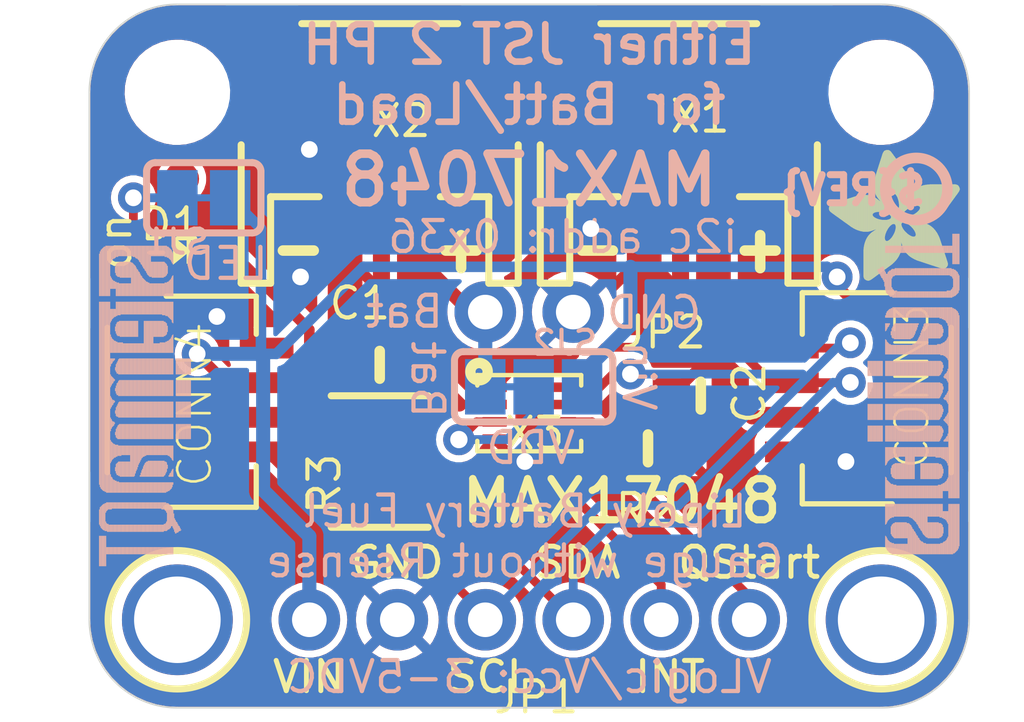
<source format=kicad_pcb>
(kicad_pcb (version 20221018) (generator pcbnew)
  (layers (0 "F.Cu" signal) (31 "B.Cu" signal) (34 "B.Paste" user) (35 "F.Paste" user) (36 "B.SilkS" user "B.Silkscreen") (37 "F.SilkS" user "F.Silkscreen") (38 "B.Mask" user) (39 "F.Mask" user) (44 "Edge.Cuts" user))
  (net 0 "")
  (net 1 "GND")
  (net 2 "SDA")
  (net 3 "SCL")
  (net 4 "INT")
  (net 5 "VCC")
  (net 6 "VBAT")
  (net 7 "N$1")
  (net 8 "N$2")
  (net 9 "QSTART")
  (net 10 "VDD")
  (net 11 "N$4")
  (footprint "working:MOUNTINGHOLE_2.5_PLATED" (layer "F.Cu") (at 138.3411 112.6236)
    (fp_text reference "U$19" hide)
    (fp_text value "MOUNTINGHOLE2.5" hide)
    (pad "P$1" thru_hole circle (at 0 0) (size 3.2 3.2) (drill 2.5) (layers "*.Cu" "*.Mask"))
    (zone (net 0) (net_name "") (layer "F.Cu") (connect_pads (clearance 0)) (min_thickness 0.25)
      (keepout (tracks not_allowed) (vias not_allowed) (pads not_allowed) (copperpour not_allowed) (footprints allowed))
      (fill (thermal_gap 0.5) (thermal_bridge_width 0.5))
      (polygon (pts (xy 140.3571 112.6236) (xy 140.33748 112.343027) (xy 140.279004 112.067915) (xy 140.182808 111.803619) (xy 140.050765 111.555283) (xy 139.885446 111.32774) (xy 139.690067 111.12542) (xy 139.468433 110.95226) (xy 139.224856 110.811631) (xy 138.964078 110.70627) (xy 138.691175 110.638228) (xy 138.411457 110.608828) (xy 138.130371 110.618644) (xy 137.853385 110.667484) (xy 137.585893 110.754397) (xy 137.3331 110.877693) (xy 137.099926 111.03497) (xy 136.890911 111.223169) (xy 136.710122 111.438625) (xy 136.561078 111.677145) (xy 136.44668 111.934087) (xy 136.369154 112.20445) (xy 136.330011 112.482971) (xy 136.330011 112.764229) (xy 136.369154 113.04275) (xy 136.44668 113.313113) (xy 136.561078 113.570055) (xy 136.710122 113.808575) (xy 136.890911 114.024031) (xy 137.099926 114.21223) (xy 137.3331 114.369507) (xy 137.585893 114.492803) (xy 137.853385 114.579716) (xy 138.130371 114.628556) (xy 138.411457 114.638372) (xy 138.691175 114.608972) (xy 138.964078 114.54093) (xy 139.224856 114.435569) (xy 139.468433 114.29494) (xy 139.690067 114.12178) (xy 139.885446 113.91946) (xy 140.050765 113.691917) (xy 140.182808 113.443581) (xy 140.279004 113.179285) (xy 140.33748 112.904173)))
      (polygon (pts (xy 138.3251 112.6236) (xy 138.329786 112.634914) (xy 138.3411 112.6396) (xy 138.352414 112.634914) (xy 138.3571 112.6236) (xy 138.352414 112.612286) (xy 138.3411 112.6076) (xy 138.329786 112.612286)))
    )
    (zone (net 0) (net_name "") (layer "B.Cu") (connect_pads (clearance 0)) (min_thickness 0.25)
      (keepout (tracks not_allowed) (vias not_allowed) (pads not_allowed) (copperpour not_allowed) (footprints allowed))
      (fill (thermal_gap 0.5) (thermal_bridge_width 0.5))
      (polygon (pts (xy 140.3571 112.6236) (xy 140.33748 112.343027) (xy 140.279004 112.067915) (xy 140.182808 111.803619) (xy 140.050765 111.555283) (xy 139.885446 111.32774) (xy 139.690067 111.12542) (xy 139.468433 110.95226) (xy 139.224856 110.811631) (xy 138.964078 110.70627) (xy 138.691175 110.638228) (xy 138.411457 110.608828) (xy 138.130371 110.618644) (xy 137.853385 110.667484) (xy 137.585893 110.754397) (xy 137.3331 110.877693) (xy 137.099926 111.03497) (xy 136.890911 111.223169) (xy 136.710122 111.438625) (xy 136.561078 111.677145) (xy 136.44668 111.934087) (xy 136.369154 112.20445) (xy 136.330011 112.482971) (xy 136.330011 112.764229) (xy 136.369154 113.04275) (xy 136.44668 113.313113) (xy 136.561078 113.570055) (xy 136.710122 113.808575) (xy 136.890911 114.024031) (xy 137.099926 114.21223) (xy 137.3331 114.369507) (xy 137.585893 114.492803) (xy 137.853385 114.579716) (xy 138.130371 114.628556) (xy 138.411457 114.638372) (xy 138.691175 114.608972) (xy 138.964078 114.54093) (xy 139.224856 114.435569) (xy 139.468433 114.29494) (xy 139.690067 114.12178) (xy 139.885446 113.91946) (xy 140.050765 113.691917) (xy 140.182808 113.443581) (xy 140.279004 113.179285) (xy 140.33748 112.904173)))
      (polygon (pts (xy 138.3251 112.6236) (xy 138.329786 112.634914) (xy 138.3411 112.6396) (xy 138.352414 112.634914) (xy 138.3571 112.6236) (xy 138.352414 112.612286) (xy 138.3411 112.6076) (xy 138.329786 112.612286)))
    )
  )
  (footprint "working:JSTPH2_BATT" (layer "F.Cu") (at 152.8191 98.3996)
    (fp_text reference "X1" (at -0.3175 -0.3175) (layer "F.SilkS") (effects (font (size 0.896031 0.896031) (thickness 0.119969)) (justify left)))
    (fp_text value "JST 2 PH")
    (pad "1" smd rect (at -1 3.7) (size 1 4.6) (layers "F.Cu" "F.Paste" "F.Mask") (net 1 "GND"))
    (pad "2" smd rect (at 1 3.7) (size 1 4.6) (layers "F.Cu" "F.Paste" "F.Mask") (net 6 "VBAT"))
    (pad "NC1" smd rect (at -3.4 -1.5 90) (size 3.4 1.6) (layers "F.Cu" "F.Paste" "F.Mask") (net 1 "GND"))
    (pad "NC2" smd rect (at 3.4 -1.5 90) (size 3.4 1.6) (layers "F.Cu" "F.Paste" "F.Mask") (net 1 "GND"))
  )
  (footprint "working:0603-NO" (layer "F.Cu") (at 144.1831 105.2576 180)
    (fp_text reference "C1" (at -0.381 1.778) (layer "F.SilkS") (effects (font (size 0.896031 0.896031) (thickness 0.119969)) (justify right)))
    (fp_text value "1uF")
    (pad "1" smd rect (at -0.85 0 180) (size 1.075 1) (layers "F.Cu" "F.Paste" "F.Mask") (net 6 "VBAT"))
    (pad "2" smd rect (at 0.85 0 180) (size 1.075 1) (layers "F.Cu" "F.Paste" "F.Mask") (net 1 "GND"))
  )
  (footprint "working:JSTPH2_BATT" (layer "F.Cu") (at 144.1831 98.3996)
    (fp_text reference "X2" (at -0.3175 -0.1905) (layer "F.SilkS") (effects (font (size 0.896031 0.896031) (thickness 0.119969)) (justify left)))
    (fp_text value "JST 2 PH")
    (pad "1" smd rect (at -1 3.7) (size 1 4.6) (layers "F.Cu" "F.Paste" "F.Mask") (net 1 "GND"))
    (pad "2" smd rect (at 1 3.7) (size 1 4.6) (layers "F.Cu" "F.Paste" "F.Mask") (net 6 "VBAT"))
    (pad "NC1" smd rect (at -3.4 -1.5 90) (size 3.4 1.6) (layers "F.Cu" "F.Paste" "F.Mask") (net 1 "GND"))
    (pad "NC2" smd rect (at 3.4 -1.5 90) (size 3.4 1.6) (layers "F.Cu" "F.Paste" "F.Mask") (net 1 "GND"))
  )
  (footprint "working:FIDUCIAL_1MM" (layer "F.Cu") (at 138.4681 99.8855)
    (fp_text reference "FID4" hide)
    (fp_text value "FIDUCIAL_1MM" hide)
    (pad "1" smd roundrect (at 0 0) (size 1 1) (layers "F.Cu" "F.Mask") (roundrect_rratio 0.5))
  )
  (footprint "" (layer "F.Cu") (at 138.3411 97.3836)
    (fp_text reference "@HOLE0" hide)
    (fp_text value "" (at 0 0) (layer "F.SilkS") (effects (font (size 1.27 1.27))))
    (pad "" np_thru_hole circle (at 0 0) (size 2.54 2.54) (drill 2.54) (layers "*.Cu" "*.Mask"))
  )
  (footprint "working:CHIPLED_0603_NOOUTLINE" (layer "F.Cu") (at 138.4681 101.9556 -90)
    (fp_text reference "D1" (at -0.762 1.27) (layer "F.SilkS") (effects (font (size 0.896031 0.896031) (thickness 0.119969)) (justify left)))
    (fp_text value "GREEN")
    (pad "A" smd rect (at 0 0.75 270) (size 0.8 0.8) (layers "F.Cu" "F.Paste" "F.Mask") (net 8 "N$2"))
    (pad "C" smd rect (at 0 -0.75 270) (size 0.8 0.8) (layers "F.Cu" "F.Paste" "F.Mask") (net 7 "N$1"))
  )
  (footprint "working:JST_SH4" (layer "F.Cu") (at 158.5976 106.2736 90)
    (fp_text reference "CONN3" (at -2.06 0.958 90) (layer "F.SilkS") (effects (font (size 0.941222 0.941222) (thickness 0.074778)) (justify left)))
    (fp_text value "STEMMA_I2C_QT" hide)
    (pad "1" smd rect (at -1.5 -2.514 180) (size 1.55 0.6) (layers "F.Cu" "F.Paste" "F.Mask") (net 1 "GND"))
    (pad "2" smd rect (at -0.5 -2.514 180) (size 1.55 0.6) (layers "F.Cu" "F.Paste" "F.Mask") (net 5 "VCC"))
    (pad "3" smd rect (at 0.5 -2.514 180) (size 1.55 0.6) (layers "F.Cu" "F.Paste" "F.Mask") (net 2 "SDA"))
    (pad "4" smd rect (at 1.5 -2.514 180) (size 1.55 0.6) (layers "F.Cu" "F.Paste" "F.Mask") (net 3 "SCL"))
    (pad "MT1" smd rect (at -2.8 1.386 180) (size 1.8 1.2) (layers "F.Cu" "F.Paste" "F.Mask"))
    (pad "MT2" smd rect (at 2.8 1.386 180) (size 1.8 1.2) (layers "F.Cu" "F.Paste" "F.Mask"))
  )
  (footprint "working:RESPACK_4X0603" (layer "F.Cu") (at 144.1831 108.0516 90)
    (fp_text reference "R3" (at -1.6 -1.6 90) (layer "F.SilkS") (effects (font (size 0.896031 0.896031) (thickness 0.119969)) (justify left)))
    (fp_text value "10K")
    (pad "1" smd rect (at -1.3 0.85 90) (size 0.45 0.9) (layers "F.Cu" "F.Paste" "F.Mask") (net 5 "VCC"))
    (pad "2" smd rect (at -0.4 0.85 90) (size 0.45 0.9) (layers "F.Cu" "F.Paste" "F.Mask") (net 5 "VCC"))
    (pad "3" smd rect (at 0.4 0.85 90) (size 0.45 0.9) (layers "F.Cu" "F.Paste" "F.Mask") (net 4 "INT"))
    (pad "4" smd rect (at 1.3 0.85 90) (size 0.45 0.9) (layers "F.Cu" "F.Paste" "F.Mask") (net 1 "GND"))
    (pad "5" smd rect (at 1.3 -0.85 90) (size 0.45 0.9) (layers "F.Cu" "F.Paste" "F.Mask") (net 7 "N$1"))
    (pad "6" smd rect (at 0.4 -0.85 90) (size 0.45 0.9) (layers "F.Cu" "F.Paste" "F.Mask") (net 5 "VCC"))
    (pad "7" smd rect (at -0.4 -0.85 90) (size 0.45 0.9) (layers "F.Cu" "F.Paste" "F.Mask") (net 2 "SDA"))
    (pad "8" smd rect (at -1.3 -0.85 90) (size 0.45 0.9) (layers "F.Cu" "F.Paste" "F.Mask") (net 3 "SCL"))
  )
  (footprint "working:MOUNTINGHOLE_2.5_PLATED" (layer "F.Cu") (at 158.6611 112.6236)
    (fp_text reference "U$21" hide)
    (fp_text value "MOUNTINGHOLE2.5" hide)
    (pad "P$1" thru_hole circle (at 0 0) (size 3.2 3.2) (drill 2.5) (layers "*.Cu" "*.Mask"))
    (zone (net 0) (net_name "") (layer "F.Cu") (connect_pads (clearance 0)) (min_thickness 0.25)
      (keepout (tracks not_allowed) (vias not_allowed) (pads not_allowed) (copperpour not_allowed) (footprints allowed))
      (fill (thermal_gap 0.5) (thermal_bridge_width 0.5))
      (polygon (pts (xy 160.6771 112.6236) (xy 160.65748 112.343027) (xy 160.599004 112.067915) (xy 160.502808 111.803619) (xy 160.370765 111.555283) (xy 160.205446 111.32774) (xy 160.010067 111.12542) (xy 159.788433 110.95226) (xy 159.544856 110.811631) (xy 159.284078 110.70627) (xy 159.011175 110.638228) (xy 158.731457 110.608828) (xy 158.450371 110.618644) (xy 158.173385 110.667484) (xy 157.905893 110.754397) (xy 157.6531 110.877693) (xy 157.419926 111.03497) (xy 157.210911 111.223169) (xy 157.030122 111.438625) (xy 156.881078 111.677145) (xy 156.76668 111.934087) (xy 156.689154 112.20445) (xy 156.650011 112.482971) (xy 156.650011 112.764229) (xy 156.689154 113.04275) (xy 156.76668 113.313113) (xy 156.881078 113.570055) (xy 157.030122 113.808575) (xy 157.210911 114.024031) (xy 157.419926 114.21223) (xy 157.6531 114.369507) (xy 157.905893 114.492803) (xy 158.173385 114.579716) (xy 158.450371 114.628556) (xy 158.731457 114.638372) (xy 159.011175 114.608972) (xy 159.284078 114.54093) (xy 159.544856 114.435569) (xy 159.788433 114.29494) (xy 160.010067 114.12178) (xy 160.205446 113.91946) (xy 160.370765 113.691917) (xy 160.502808 113.443581) (xy 160.599004 113.179285) (xy 160.65748 112.904173)))
      (polygon (pts (xy 158.6451 112.6236) (xy 158.649786 112.634914) (xy 158.6611 112.6396) (xy 158.672414 112.634914) (xy 158.6771 112.6236) (xy 158.672414 112.612286) (xy 158.6611 112.6076) (xy 158.649786 112.612286)))
    )
    (zone (net 0) (net_name "") (layer "B.Cu") (connect_pads (clearance 0)) (min_thickness 0.25)
      (keepout (tracks not_allowed) (vias not_allowed) (pads not_allowed) (copperpour not_allowed) (footprints allowed))
      (fill (thermal_gap 0.5) (thermal_bridge_width 0.5))
      (polygon (pts (xy 160.6771 112.6236) (xy 160.65748 112.343027) (xy 160.599004 112.067915) (xy 160.502808 111.803619) (xy 160.370765 111.555283) (xy 160.205446 111.32774) (xy 160.010067 111.12542) (xy 159.788433 110.95226) (xy 159.544856 110.811631) (xy 159.284078 110.70627) (xy 159.011175 110.638228) (xy 158.731457 110.608828) (xy 158.450371 110.618644) (xy 158.173385 110.667484) (xy 157.905893 110.754397) (xy 157.6531 110.877693) (xy 157.419926 111.03497) (xy 157.210911 111.223169) (xy 157.030122 111.438625) (xy 156.881078 111.677145) (xy 156.76668 111.934087) (xy 156.689154 112.20445) (xy 156.650011 112.482971) (xy 156.650011 112.764229) (xy 156.689154 113.04275) (xy 156.76668 113.313113) (xy 156.881078 113.570055) (xy 157.030122 113.808575) (xy 157.210911 114.024031) (xy 157.419926 114.21223) (xy 157.6531 114.369507) (xy 157.905893 114.492803) (xy 158.173385 114.579716) (xy 158.450371 114.628556) (xy 158.731457 114.638372) (xy 159.011175 114.608972) (xy 159.284078 114.54093) (xy 159.544856 114.435569) (xy 159.788433 114.29494) (xy 160.010067 114.12178) (xy 160.205446 113.91946) (xy 160.370765 113.691917) (xy 160.502808 113.443581) (xy 160.599004 113.179285) (xy 160.65748 112.904173)))
      (polygon (pts (xy 158.6451 112.6236) (xy 158.649786 112.634914) (xy 158.6611 112.6396) (xy 158.672414 112.634914) (xy 158.6771 112.6236) (xy 158.672414 112.612286) (xy 158.6611 112.6076) (xy 158.649786 112.612286)))
    )
  )
  (footprint "working:0603-NO" (layer "F.Cu") (at 151.9301 107.6706)
    (fp_text reference "R2" (at -1.016 1.778) (layer "F.SilkS") (effects (font (size 0.896031 0.896031) (thickness 0.119969)) (justify left)))
    (fp_text value "10K")
    (pad "1" smd rect (at -0.85 0) (size 1.075 1) (layers "F.Cu" "F.Paste" "F.Mask") (net 9 "QSTART"))
    (pad "2" smd rect (at 0.85 0) (size 1.075 1) (layers "F.Cu" "F.Paste" "F.Mask") (net 1 "GND"))
  )
  (footprint "working:FIDUCIAL_1MM" (layer "F.Cu") (at 160.1851 106.9086)
    (fp_text reference "FID3" hide)
    (fp_text value "FIDUCIAL_1MM" hide)
    (pad "1" smd roundrect (at 0 0) (size 1 1) (layers "F.Cu" "F.Mask") (roundrect_rratio 0.5))
  )
  (footprint "working:1X06_ROUND_70" (layer "F.Cu") (at 148.5011 112.6236)
    (fp_text reference "JP1" (at -1.0922 2.2352) (layer "F.SilkS") (effects (font (size 0.896031 0.896031) (thickness 0.119969)) (justify left)))
    (fp_text value "")
    (pad "1" thru_hole circle (at -6.35 0 90) (size 1.778 1.778) (drill 1) (layers "*.Cu" "*.Mask") (net 5 "VCC"))
    (pad "2" thru_hole circle (at -3.81 0 90) (size 1.778 1.778) (drill 1) (layers "*.Cu" "*.Mask") (net 1 "GND"))
    (pad "3" thru_hole circle (at -1.27 0 90) (size 1.778 1.778) (drill 1) (layers "*.Cu" "*.Mask") (net 3 "SCL"))
    (pad "4" thru_hole circle (at 1.27 0 90) (size 1.778 1.778) (drill 1) (layers "*.Cu" "*.Mask") (net 2 "SDA"))
    (pad "5" thru_hole circle (at 3.81 0 90) (size 1.778 1.778) (drill 1) (layers "*.Cu" "*.Mask") (net 4 "INT"))
    (pad "6" thru_hole circle (at 6.35 0 90) (size 1.778 1.778) (drill 1) (layers "*.Cu" "*.Mask") (net 9 "QSTART"))
  )
  (footprint "working:TDFN8_2X2MM" (layer "F.Cu") (at 148.5011 106.6546)
    (fp_text reference "X3" (at -0.773 0.589) (layer "F.SilkS") (effects (font (size 0.896031 0.896031) (thickness 0.119969)) (justify left)))
    (fp_text value "MAX17048/T")
    (pad "1" smd rect (at -1 -0.75) (size 0.7 0.275) (layers "F.Cu" "F.Paste" "F.Mask") (net 1 "GND"))
    (pad "2" smd rect (at -1 -0.25) (size 0.7 0.275) (layers "F.Cu" "F.Paste" "F.Mask") (net 6 "VBAT"))
    (pad "3" smd rect (at -1 0.25) (size 0.7 0.275) (layers "F.Cu" "F.Paste" "F.Mask") (net 10 "VDD"))
    (pad "4" smd rect (at -1 0.75) (size 0.7 0.275) (layers "F.Cu" "F.Paste" "F.Mask") (net 1 "GND"))
    (pad "5" smd rect (at 1 0.75 180) (size 0.7 0.275) (layers "F.Cu" "F.Paste" "F.Mask") (net 4 "INT"))
    (pad "6" smd rect (at 1 0.25 180) (size 0.7 0.275) (layers "F.Cu" "F.Paste" "F.Mask") (net 9 "QSTART"))
    (pad "7" smd rect (at 1 -0.25 180) (size 0.7 0.275) (layers "F.Cu" "F.Paste" "F.Mask") (net 3 "SCL"))
    (pad "8" smd rect (at 1 -0.75 180) (size 0.7 0.275) (layers "F.Cu" "F.Paste" "F.Mask") (net 2 "SDA"))
    (pad "THERMAL" smd rect (at 0 0) (size 0.8 1.38) (layers "F.Cu" "F.Mask") (net 1 "GND"))
  )
  (footprint "" (layer "F.Cu") (at 158.6611 97.3836)
    (fp_text reference "@HOLE1" hide)
    (fp_text value "" (at 0 0) (layer "F.SilkS") (effects (font (size 1.27 1.27))))
    (pad "" np_thru_hole circle (at 0 0) (size 2.54 2.54) (drill 2.54) (layers "*.Cu" "*.Mask"))
  )
  (footprint "working:ADAFRUIT_3.5MM" (layer "F.Cu") (at 160.9471 102.8446 90)
    (fp_text reference "U$22" hide)
    (fp_text value "" hide)
  )
  (footprint "working:1X02_ROUND" (layer "F.Cu") (at 148.5011 103.7336)
    (fp_text reference "JP2" (at 2.5908 0.5842) (layer "F.SilkS") (effects (font (size 0.896031 0.896031) (thickness 0.119969)) (justify left)))
    (fp_text value "")
    (pad "1" thru_hole circle (at -1.27 0 90) (size 1.778 1.778) (drill 1) (layers "*.Cu" "*.Mask") (net 6 "VBAT"))
    (pad "2" thru_hole circle (at 1.27 0 90) (size 1.778 1.778) (drill 1) (layers "*.Cu" "*.Mask") (net 1 "GND"))
  )
  (footprint "working:0603-NO" (layer "F.Cu") (at 153.4541 106.1466 180)
    (fp_text reference "C2" (at -1.397 1.016 90) (layer "F.SilkS") (effects (font (size 0.896031 0.896031) (thickness 0.119969)) (justify right)))
    (fp_text value "1uF")
    (pad "1" smd rect (at -0.85 0 180) (size 1.075 1) (layers "F.Cu" "F.Paste" "F.Mask") (net 5 "VCC"))
    (pad "2" smd rect (at 0.85 0 180) (size 1.075 1) (layers "F.Cu" "F.Paste" "F.Mask") (net 1 "GND"))
  )
  (footprint "working:JST_SH4" (layer "F.Cu") (at 138.4046 106.2736 -90)
    (fp_text reference "CONN4" (at -2.314 -0.439 90) (layer "F.SilkS") (effects (font (size 0.941222 0.941222) (thickness 0.074778)) (justify right)))
    (fp_text value "STEMMA_I2C_QT" hide)
    (pad "1" smd rect (at -1.5 -2.514) (size 1.55 0.6) (layers "F.Cu" "F.Paste" "F.Mask") (net 1 "GND"))
    (pad "2" smd rect (at -0.5 -2.514) (size 1.55 0.6) (layers "F.Cu" "F.Paste" "F.Mask") (net 5 "VCC"))
    (pad "3" smd rect (at 0.5 -2.514) (size 1.55 0.6) (layers "F.Cu" "F.Paste" "F.Mask") (net 2 "SDA"))
    (pad "4" smd rect (at 1.5 -2.514) (size 1.55 0.6) (layers "F.Cu" "F.Paste" "F.Mask") (net 3 "SCL"))
    (pad "MT1" smd rect (at -2.8 1.386) (size 1.8 1.2) (layers "F.Cu" "F.Paste" "F.Mask"))
    (pad "MT2" smd rect (at 2.8 1.386) (size 1.8 1.2) (layers "F.Cu" "F.Paste" "F.Mask"))
  )
  (footprint "working:SOLDERJUMPER_CLOSEDWIRE" (layer "B.Cu") (at 139.1031 100.4316)
    (fp_text reference "SJ1" (at -1.778 1.27) (layer "B.SilkS") (effects (font (size 0.692831 0.692831) (thickness 0.119969)) (justify right mirror)))
    (fp_text value "")
    (pad "1" smd rect (at -0.762 0) (size 1.1684 1.6002) (layers "B.Cu") (net 8 "N$2"))
    (pad "2" smd rect (at 0.762 0) (size 1.1684 1.6002) (layers "B.Cu") (net 5 "VCC"))
    (pad "WIRE" smd rect (at 0 0 180) (size 0.635 0.2032) (layers "B.Cu"))
  )
  (footprint "working:STEMMAQT" (layer "B.Cu") (at 158.2801 110.7186 90)
    (fp_text reference "U$30" hide)
    (fp_text value "" hide)
  )
  (footprint "working:STEMMAQT" (layer "B.Cu") (at 138.7221 101.8286 -90)
    (fp_text reference "U$31" hide)
    (fp_text value "" hide)
  )
  (footprint "working:SOLDERJUMPER_2WAY_OPEN_NOPASTE" (layer "B.Cu") (at 148.6281 105.8926 180)
    (fp_text reference "SJ2" (at -1.905 1.27) (layer "B.SilkS") (effects (font (size 0.692831 0.692831) (thickness 0.119969)) (justify left mirror)))
    (fp_text value "")
    (pad "1" smd rect (at -1.397 0 180) (size 1.1684 1.6002) (layers "B.Cu") (net 5 "VCC"))
    (pad "2" smd rect (at 0 0 180) (size 1.1684 1.6002) (layers "B.Cu") (net 10 "VDD"))
    (pad "3" smd rect (at 1.397 0 180) (size 1.1684 1.6002) (layers "B.Cu") (net 6 "VBAT"))
  )
  (footprint "working:PCBFEAT-REV-040" (layer "B.Cu") (at 159.6771 100.1776 180)
    (fp_text reference "U$25" hide)
    (fp_text value "" hide)
    (fp_text user "${REV}" (at -0.3556 -0.508) (layer "B.SilkS") (effects (font (size 0.8128 0.8128) (thickness 0.2032)) (justify left bottom mirror)))
  )
  (gr_line (start 161.2011 112.6236) (end 161.2011 97.3836) (stroke (width 0.05)) (layer "Edge.Cuts"))
  (gr_line (start 138.3411 115.1636) (end 158.6611 115.1636) (stroke (width 0.05)) (layer "Edge.Cuts"))
  (gr_arc (start 138.3411 115.1636) (mid 136.545049 114.419651) (end 135.8011 112.6236) (stroke (width 0.05)) (layer "Edge.Cuts"))
  (gr_arc (start 161.2011 112.6236) (mid 160.457151 114.419651) (end 158.6611 115.1636) (stroke (width 0.05)) (layer "Edge.Cuts"))
  (gr_arc (start 158.6611 94.8436) (mid 160.457151 95.587549) (end 161.2011 97.3836) (stroke (width 0.05)) (layer "Edge.Cuts"))
  (gr_arc (start 135.8011 97.3836) (mid 136.545049 95.587549) (end 138.3411 94.8436) (stroke (width 0.05)) (layer "Edge.Cuts"))
  (gr_line (start 158.6611 94.8436) (end 138.3411 94.8436) (stroke (width 0.05)) (layer "Edge.Cuts"))
  (gr_line (start 135.8011 97.3836) (end 135.8011 112.6236) (stroke (width 0.05)) (layer "Edge.Cuts"))
  (gr_text "LED" (at 139.7381 102.3366) (layer "B.SilkS") (effects (font (size 0.89408 0.89408) (thickness 0.12192)) (justify mirror)))
  (gr_text "Either JST 2 PH\nfor Batt/Load" (at 148.5011 96.8756) (layer "B.SilkS") (effects (font (size 1.0795 1.0795) (thickness 0.1905)) (justify mirror)))
  (gr_text "MAX17048" (at 148.5011 99.9236) (layer "B.SilkS") (effects (font (size 1.40335 1.40335) (thickness 0.24765)) (justify mirror)))
  (gr_text "VDD" (at 149.8981 108.1786) (layer "B.SilkS") (effects (font (size 0.89408 0.89408) (thickness 0.12192)) (justify left bottom mirror)))
  (gr_text "Bat" (at 146.0881 104.2416) (layer "B.SilkS") (effects (font (size 0.89408 0.89408) (thickness 0.12192)) (justify left bottom mirror)))
  (gr_text "Vin" (at 152.1841 104.4956 -90) (layer "B.SilkS") (effects (font (size 0.89408 0.89408) (thickness 0.12192)) (justify right top mirror)))
  (gr_text "Lipoly Battery Fuel\nGauge without Rsense" (at 148.3741 110.2106) (layer "B.SilkS") (effects (font (size 0.89408 0.89408) (thickness 0.12192)) (justify mirror)))
  (gr_text "VLogic/Vcc: 3-5VDC" (at 148.5011 114.2746) (layer "B.SilkS") (effects (font (size 0.89408 0.89408) (thickness 0.12192)) (justify mirror)))
  (gr_text "GND" (at 150.6601 103.2256) (layer "B.SilkS") (effects (font (size 0.89408 0.89408) (thickness 0.12192)) (justify right top mirror)))
  (gr_text "Bat" (at 146.0881 104.4956 -90) (layer "B.SilkS") (effects (font (size 0.89408 0.89408) (thickness 0.12192)) (justify right top mirror)))
  (gr_text "i2c addr: 0x36" (at 154.5971 102.0826) (layer "B.SilkS") (effects (font (size 0.89408 0.89408) (thickness 0.12192)) (justify left bottom mirror)))
  (gr_text "GND" (at 144.6911 110.9726) (layer "F.SilkS") (effects (font (size 0.87376 0.87376) (thickness 0.14224))))
  (gr_text "INT" (at 152.5651 114.2746) (layer "F.SilkS") (effects (font (size 0.87376 0.87376) (thickness 0.14224))))
  (gr_text "QStart" (at 154.8511 110.9726) (layer "F.SilkS") (effects (font (size 0.87376 0.87376) (thickness 0.14224))))
  (gr_text "VIN" (at 142.1511 114.2746) (layer "F.SilkS") (effects (font (size 0.87376 0.87376) (thickness 0.14224))))
  (gr_text "MAX17048" (at 151.1681 109.1946) (layer "F.SilkS") (effects (font (size 1.18745 1.18745) (thickness 0.20955))))
  (gr_text "SCL" (at 147.3581 114.2746) (layer "F.SilkS") (effects (font (size 0.87376 0.87376) (thickness 0.14224))))
  (gr_text "on" (at 137.0711 102.5906 90) (layer "F.SilkS") (effects (font (size 0.89408 0.89408) (thickness 0.12192)) (justify left bottom)))
  (gr_text "SDA" (at 149.8981 110.9726) (layer "F.SilkS") (effects (font (size 0.87376 0.87376) (thickness 0.14224))))
  (segment (start 143.3331 105.501863) (end 143.3331 105.2576) (width 0.4064) (layer "F.Cu") (net 1))
  (segment (start 143.3331 102.2496) (end 143.1831 102.0996) (width 0.4064) (layer "F.Cu") (net 1))
  (segment (start 145.0331 106.7516) (end 144.582837 106.7516) (width 0.4064) (layer "F.Cu") (net 1))
  (segment (start 143.3331 105.2576) (end 143.3331 102.2496) (width 0.4064) (layer "F.Cu") (net 1))
  (segment (start 144.582837 106.7516) (end 143.3331 105.501863) (width 0.4064) (layer "F.Cu") (net 1))
  (via (at 148.3741 108.0516) (size 0.889) (drill 0.4826) (layers "F.Cu" "B.Cu") (net 1))
  (via (at 141.8971 102.7176) (size 0.889) (drill 0.4826) (layers "F.Cu" "B.Cu") (net 1))
  (via (at 150.2791 101.3206) (size 0.889) (drill 0.4826) (layers "F.Cu" "B.Cu") (net 1))
  (via (at 142.1511 99.0346) (size 0.889) (drill 0.4826) (layers "F.Cu" "B.Cu") (net 1))
  (via (at 139.4841 103.8606) (size 0.889) (drill 0.4826) (layers "F.Cu" "B.Cu") (net 1))
  (via (at 157.6451 108.0516) (size 0.889) (drill 0.4826) (layers "F.Cu" "B.Cu") (net 1))
  (segment (start 140.9186 106.7736) (end 141.460575 106.7736) (width 0.254) (layer "F.Cu") (net 2))
  (segment (start 142.1511 107.464125) (end 142.1511 108.0516) (width 0.254) (layer "F.Cu") (net 2))
  (segment (start 156.0836 105.7736) (end 157.7641 105.7736) (width 0.254) (layer "F.Cu") (net 2))
  (segment (start 156.0836 105.7736) (end 155.4941 105.7736) (width 0.254) (layer "F.Cu") (net 2))
  (segment (start 142.1511 108.0516) (end 142.5511 108.4516) (width 0.254) (layer "F.Cu") (net 2))
  (segment (start 147.8661 110.7186) (end 149.7711 112.6236) (width 0.254) (layer "F.Cu") (net 2))
  (segment (start 141.460575 106.7736) (end 142.1511 107.464125) (width 0.254) (layer "F.Cu") (net 2))
  (segment (start 143.6941 108.4516) (end 144.1831 108.9406) (width 0.254) (layer "F.Cu") (net 2))
  (segment (start 144.6911 110.7186) (end 147.8661 110.7186) (width 0.254) (layer "F.Cu") (net 2))
  (segment (start 144.1831 108.9406) (end 144.1831 110.2106) (width 0.254) (layer "F.Cu") (net 2))
  (segment (start 150.6751 104.7496) (end 149.5201 105.9046) (width 0.254) (layer "F.Cu") (net 2))
  (segment (start 157.7641 105.7736) (end 157.7721 105.7656) (width 0.254) (layer "F.Cu") (net 2))
  (segment (start 149.5201 105.9046) (end 149.5011 105.9046) (width 0.254) (layer "F.Cu") (net 2))
  (segment (start 154.4701 104.7496) (end 150.6751 104.7496) (width 0.254) (layer "F.Cu") (net 2))
  (segment (start 143.3331 108.4516) (end 143.6941 108.4516) (width 0.254) (layer "F.Cu") (net 2))
  (segment (start 154.4701 104.7496) (end 155.4941 105.7736) (width 0.254) (layer "F.Cu") (net 2))
  (segment (start 142.5511 108.4516) (end 143.3331 108.4516) (width 0.254) (layer "F.Cu") (net 2))
  (segment (start 144.1831 110.2106) (end 144.6911 110.7186) (width 0.254) (layer "F.Cu") (net 2))
  (via (at 157.7721 105.7656) (size 0.889) (drill 0.4826) (layers "F.Cu" "B.Cu") (net 2))
  (segment (start 153.2001 109.8296) (end 150.9141 109.8296) (width 0.254) (layer "B.Cu") (net 2))
  (segment (start 157.2641 105.7656) (end 153.2001 109.8296) (width 0.254) (layer "B.Cu") (net 2))
  (segment (start 157.7721 105.7656) (end 157.2641 105.7656) (width 0.254) (layer "B.Cu") (net 2))
  (segment (start 149.7711 112.6236) (end 149.7711 110.9726) (width 0.254) (layer "B.Cu") (net 2))
  (segment (start 150.9141 109.8296) (end 149.7711 110.9726) (width 0.254) (layer "B.Cu") (net 2))
  (segment (start 143.3331 109.3516) (end 143.3331 110.2496) (width 0.254) (layer "F.Cu") (net 3))
  (segment (start 144.3101 111.2266) (end 145.9611 111.2266) (width 0.254) (layer "F.Cu") (net 3))
  (segment (start 150.917375 105.5243) (end 150.037075 106.4046) (width 0.254) (layer "F.Cu") (net 3))
  (segment (start 150.917375 105.5243) (end 151.4221 105.5243) (width 0.254) (layer "F.Cu") (net 3))
  (segment (start 150.037075 106.4046) (end 149.5011 106.4046) (width 0.254) (layer "F.Cu") (net 3))
  (segment (start 157.7721 104.6226) (end 157.6211 104.7736) (width 0.254) (layer "F.Cu") (net 3))
  (segment (start 142.4966 109.3516) (end 143.3331 109.3516) (width 0.254) (layer "F.Cu") (net 3))
  (segment (start 143.3331 110.2496) (end 144.3101 111.2266) (width 0.254) (layer "F.Cu") (net 3))
  (segment (start 156.0836 104.7736) (end 157.6211 104.7736) (width 0.254) (layer "F.Cu") (net 3))
  (segment (start 140.9186 107.7736) (end 142.4966 109.3516) (width 0.254) (layer "F.Cu") (net 3))
  (segment (start 147.2311 112.4966) (end 147.2311 112.6236) (width 0.254) (layer "F.Cu") (net 3))
  (segment (start 145.9611 111.2266) (end 147.2311 112.4966) (width 0.254) (layer "F.Cu") (net 3))
  (via (at 157.7721 104.6226) (size 0.889) (drill 0.4826) (layers "F.Cu" "B.Cu") (net 3))
  (via (at 151.4221 105.5243) (size 0.889) (drill 0.4826) (layers "F.Cu" "B.Cu") (net 3))
  (segment (start 156.3878 105.5243) (end 156.5021 105.6386) (width 0.254) (layer "B.Cu") (net 3))
  (segment (start 147.2311 112.6236) (end 150.5331 109.3216) (width 0.254) (layer "B.Cu") (net 3))
  (segment (start 157.5181 104.6226) (end 156.5021 105.6386) (width 0.254) (layer "B.Cu") (net 3))
  (segment (start 157.7721 104.6226) (end 157.5181 104.6226) (width 0.254) (layer "B.Cu") (net 3))
  (segment (start 151.4221 105.5243) (end 156.3878 105.5243) (width 0.254) (layer "B.Cu") (net 3))
  (segment (start 152.8191 109.3216) (end 150.5331 109.3216) (width 0.254) (layer "B.Cu") (net 3))
  (segment (start 156.5021 105.6386) (end 152.8191 109.3216) (width 0.254) (layer "B.Cu") (net 3))
  (segment (start 152.3111 111.6076) (end 149.5171 108.8136) (width 0.254) (layer "F.Cu") (net 4))
  (segment (start 145.5361 107.6516) (end 145.0331 107.6516) (width 0.254) (layer "F.Cu") (net 4))
  (segment (start 149.5011 107.4046) (end 149.5171 107.4206) (width 0.254) (layer "F.Cu") (net 4))
  (segment (start 149.5171 108.9406) (end 146.8251 108.9406) (width 0.254) (layer "F.Cu") (net 4))
  (segment (start 146.8251 108.9406) (end 145.5361 107.6516) (width 0.254) (layer "F.Cu") (net 4))
  (segment (start 149.5171 108.8136) (end 149.5171 108.9406) (width 0.254) (layer "F.Cu") (net 4))
  (segment (start 152.3111 111.6076) (end 152.3111 112.6236) (width 0.254) (layer "F.Cu") (net 4))
  (segment (start 149.5171 107.4206) (end 149.5171 108.8136) (width 0.254) (layer "F.Cu") (net 4))
  (segment (start 158.9151 104.4956) (end 157.3911 102.9716) (width 0.3048) (layer "F.Cu") (net 5))
  (segment (start 158.4151 106.7736) (end 158.9151 106.2736) (width 0.3048) (layer "F.Cu") (net 5))
  (segment (start 144.5831 108.4516) (end 145.0331 108.4516) (width 0.3048) (layer "F.Cu") (net 5))
  (segment (start 141.496493 105.7736) (end 142.3667 106.643807) (width 0.3048) (layer "F.Cu") (net 5))
  (segment (start 143.3331 107.6516) (end 143.7831 107.6516) (width 0.3048) (layer "F.Cu") (net 5))
  (segment (start 142.3667 106.643807) (end 142.3667 106.997225) (width 0.3048) (layer "F.Cu") (net 5))
  (segment (start 154.9311 106.7736) (end 154.3041 106.1466) (width 0.4064) (layer "F.Cu") (net 5))
  (segment (start 156.0836 106.7736) (end 154.9311 106.7736) (width 0.4064) (layer "F.Cu") (net 5))
  (segment (start 158.9151 106.2736) (end 158.9151 104.4956) (width 0.3048) (layer "F.Cu") (net 5))
  (segment (start 140.9186 105.7736) (end 141.496493 105.7736) (width 0.3048) (layer "F.Cu") (net 5))
  (segment (start 142.3667 106.997225) (end 143.021075 107.6516) (width 0.3048) (layer "F.Cu") (net 5))
  (segment (start 138.9126 104.9401) (end 139.7461 105.7736) (width 0.3048) (layer "F.Cu") (net 5))
  (segment (start 156.0836 106.7736) (end 158.4151 106.7736) (width 0.3048) (layer "F.Cu") (net 5))
  (segment (start 139.7461 105.7736) (end 140.9186 105.7736) (width 0.3048) (layer "F.Cu") (net 5))
  (segment (start 145.0331 108.4516) (end 145.0331 109.3516) (width 0.4064) (layer "F.Cu") (net 5))
  (segment (start 143.7831 107.6516) (end 144.5831 108.4516) (width 0.3048) (layer "F.Cu") (net 5))
  (segment (start 143.021075 107.6516) (end 143.3331 107.6516) (width 0.3048) (layer "F.Cu") (net 5))
  (segment (start 157.3911 102.9716) (end 157.3911 102.7176) (width 0.3048) (layer "F.Cu") (net 5))
  (via (at 157.3911 102.7176) (size 0.889) (drill 0.4826) (layers "F.Cu" "B.Cu") (net 5))
  (via (at 138.9126 104.9401) (size 0.889) (drill 0.4826) (layers "F.Cu" "B.Cu") (net 5))
  (segment (start 151.4221 102.4255) (end 143.7132 102.4255) (width 0.3048) (layer "B.Cu") (net 5))
  (segment (start 142.1511 110.2106) (end 140.8176 108.8771) (width 0.4064) (layer "B.Cu") (net 5))
  (segment (start 140.7541 104.8131) (end 140.6271 104.9401) (width 0.3048) (layer "B.Cu") (net 5))
  (segment (start 151.4221 104.1146) (end 150.0251 105.5116) (width 0.4064) (layer "B.Cu") (net 5))
  (segment (start 140.6271 104.9401) (end 138.9126 104.9401) (width 0.3048) (layer "B.Cu") (net 5))
  (segment (start 150.0251 105.8926) (end 150.0251 105.5116) (width 0.4064) (layer "B.Cu") (net 5))
  (segment (start 142.1511 112.6236) (end 142.1511 110.2106) (width 0.4064) (layer "B.Cu") (net 5))
  (segment (start 141.1986 104.9401) (end 140.6271 104.9401) (width 0.3048) (layer "B.Cu") (net 5))
  (segment (start 140.8176 105.0671) (end 140.6906 104.9401) (width 0.4064) (layer "B.Cu") (net 5))
  (segment (start 157.099 102.4255) (end 151.4221 102.4255) (width 0.3048) (layer "B.Cu") (net 5))
  (segment (start 140.8176 105.0671) (end 140.8176 108.8771) (width 0.4064) (layer "B.Cu") (net 5))
  (segment (start 151.4221 104.1146) (end 151.4221 102.4255) (width 0.4064) (layer "B.Cu") (net 5))
  (segment (start 140.7541 101.3206) (end 140.7541 104.8131) (width 0.3048) (layer "B.Cu") (net 5))
  (segment (start 143.7132 102.4255) (end 141.1986 104.9401) (width 0.3048) (layer "B.Cu") (net 5))
  (segment (start 138.9126 104.9401) (end 140.6906 104.9401) (width 0.4064) (layer "B.Cu") (net 5))
  (segment (start 139.8651 100.4316) (end 140.7541 101.3206) (width 0.3048) (layer "B.Cu") (net 5))
  (segment (start 157.3911 102.7176) (end 157.099 102.4255) (width 0.3048) (layer "B.Cu") (net 5))
  (segment (start 145.1831 102.0996) (end 146.8171 103.7336) (width 0.4064) (layer "F.Cu") (net 6))
  (segment (start 146.4851 106.4046) (end 145.8501 105.7696) (width 0.4064) (layer "F.Cu") (net 6))
  (segment (start 145.1831 102.0996) (end 145.2137 102.1302) (width 0.8128) (layer "F.Cu") (net 6))
  (segment (start 145.1831 102.0996) (end 145.1831 105.1076) (width 0.4064) (layer "F.Cu") (net 6))
  (segment (start 153.2001 98.9076) (end 153.8351 99.5426) (width 0.8128) (layer "F.Cu") (net 6))
  (segment (start 146.8171 103.7336) (end 147.2311 103.7336) (width 0.4064) (layer "F.Cu") (net 6))
  (segment (start 147.550606 102.1302) (end 150.773206 98.9076) (width 0.8128) (layer "F.Cu") (net 6))
  (segment (start 153.8351 102.0836) (end 153.8191 102.0996) (width 0.8128) (layer "F.Cu") (net 6))
  (segment (start 145.4571 105.7696) (end 145.1831 105.4956) (width 0.4064) (layer "F.Cu") (net 6))
  (segment (start 150.773206 98.9076) (end 153.2001 98.9076) (width 0.8128) (layer "F.Cu") (net 6))
  (segment (start 145.0331 105.2576) (end 145.1831 105.1076) (width 0.4064) (layer "F.Cu") (net 6))
  (segment (start 147.550606 102.1302) (end 145.2137 102.1302) (width 0.8128) (layer "F.Cu") (net 6))
  (segment (start 145.8501 105.7696) (end 145.4571 105.7696) (width 0.4064) (layer "F.Cu") (net 6))
  (segment (start 153.8351 99.5426) (end 153.8351 102.0836) (width 0.8128) (layer "F.Cu") (net 6))
  (segment (start 147.5011 106.4046) (end 146.4851 106.4046) (width 0.254) (layer "F.Cu") (net 6))
  (segment (start 145.1831 105.1076) (end 145.1831 105.4956) (width 0.4064) (layer "F.Cu") (net 6))
  (segment (start 147.2311 105.8926) (end 147.2311 103.7336) (width 0.4064) (layer "B.Cu") (net 6))
  (segment (start 143.2641 106.7516) (end 143.3331 106.7516) (width 0.3048) (layer "F.Cu") (net 7))
  (segment (start 142.1511 105.6386) (end 143.2641 106.7516) (width 0.3048) (layer "F.Cu") (net 7))
  (segment (start 139.2181 101.9556) (end 139.8651 101.9556) (width 0.3048) (layer "F.Cu") (net 7))
  (segment (start 142.1511 104.2416) (end 139.8651 101.9556) (width 0.3048) (layer "F.Cu") (net 7))
  (segment (start 142.1511 104.2416) (end 142.1511 105.6386) (width 0.3048) (layer "F.Cu") (net 7))
  (segment (start 137.0711 100.4316) (end 137.0711 101.3086) (width 0.254) (layer "F.Cu") (net 8))
  (segment (start 137.7181 101.9556) (end 137.0711 101.3086) (width 0.254) (layer "F.Cu") (net 8))
  (via (at 137.0711 100.4316) (size 0.889) (drill 0.4826) (layers "F.Cu" "B.Cu") (net 8))
  (segment (start 138.3411 100.4316) (end 137.0711 100.4316) (width 0.254) (layer "B.Cu") (net 8))
  (segment (start 150.3141 106.9046) (end 151.0801 107.6706) (width 0.254) (layer "F.Cu") (net 9))
  (segment (start 151.0801 107.6706) (end 151.0801 108.1786) (width 0.254) (layer "F.Cu") (net 9))
  (segment (start 154.8511 111.9496) (end 151.0801 108.1786) (width 0.254) (layer "F.Cu") (net 9))
  (segment (start 150.3141 106.9046) (end 149.5011 106.9046) (width 0.254) (layer "F.Cu") (net 9))
  (segment (start 154.8511 111.9496) (end 154.8511 112.6236) (width 0.254) (layer "F.Cu") (net 9))
  (segment (start 146.9811 106.9046) (end 146.4691 107.4166) (width 0.254) (layer "F.Cu") (net 10))
  (segment (start 147.5011 106.9046) (end 146.9811 106.9046) (width 0.254) (layer "F.Cu") (net 10))
  (via (at 146.4691 107.4166) (size 0.9064) (drill 0.5) (layers "F.Cu" "B.Cu") (net 10))
  (segment (start 148.6281 106.6546) (end 148.6281 105.8926) (width 0.254) (layer "B.Cu") (net 10))
  (segment (start 147.8661 107.4166) (end 146.4691 107.4166) (width 0.254) (layer "B.Cu") (net 10))
  (segment (start 148.6281 106.6546) (end 147.8661 107.4166) (width 0.254) (layer "B.Cu") (net 10))
  (segment (start 148.2471 105.8926) (end 147.6121 105.8926) (width 0.2032) (layer "B.Cu") (net 11))
  (zone (net 1) (net_name "GND") (layer "F.Cu") (priority 6) (connect_pads (clearance 0.000001)) (min_thickness 0.127) (fill yes (thermal_gap 0.304) (thermal_bridge_width 0.304))
    (polygon (pts (xy 161.3281 115.2906) (xy 135.6741 115.2906) (xy 135.6741 94.7166) (xy 161.3281 94.7166)))
  )
  (zone (net 1) (net_name "GND") (layer "B.Cu") (priority 6) (connect_pads (clearance 0.000001)) (min_thickness 0.127) (fill yes (thermal_gap 0.304) (thermal_bridge_width 0.304))
    (polygon (pts (xy 161.3281 115.2906) (xy 135.6741 115.2906) (xy 135.6741 94.7166) (xy 161.3281 94.7166)))
  )
)
</source>
